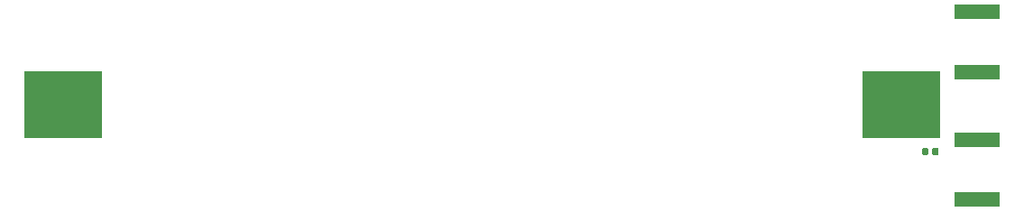
<source format=gbr>
G04 #@! TF.GenerationSoftware,KiCad,Pcbnew,(5.1.5)-3*
G04 #@! TF.CreationDate,2020-05-17T20:07:58+05:30*
G04 #@! TF.ProjectId,ArmTrax,41726d54-7261-4782-9e6b-696361645f70,rev?*
G04 #@! TF.SameCoordinates,Original*
G04 #@! TF.FileFunction,Paste,Bot*
G04 #@! TF.FilePolarity,Positive*
%FSLAX46Y46*%
G04 Gerber Fmt 4.6, Leading zero omitted, Abs format (unit mm)*
G04 Created by KiCad (PCBNEW (5.1.5)-3) date 2020-05-17 20:07:58*
%MOMM*%
%LPD*%
G04 APERTURE LIST*
%ADD10R,7.340000X6.350000*%
%ADD11C,0.100000*%
%ADD12R,4.200000X1.350000*%
G04 APERTURE END LIST*
D10*
X143130000Y-63600000D03*
X64470000Y-63600000D03*
D11*
G36*
X145491958Y-67680710D02*
G01*
X145506276Y-67682834D01*
X145520317Y-67686351D01*
X145533946Y-67691228D01*
X145547031Y-67697417D01*
X145559447Y-67704858D01*
X145571073Y-67713481D01*
X145581798Y-67723202D01*
X145591519Y-67733927D01*
X145600142Y-67745553D01*
X145607583Y-67757969D01*
X145613772Y-67771054D01*
X145618649Y-67784683D01*
X145622166Y-67798724D01*
X145624290Y-67813042D01*
X145625000Y-67827500D01*
X145625000Y-68172500D01*
X145624290Y-68186958D01*
X145622166Y-68201276D01*
X145618649Y-68215317D01*
X145613772Y-68228946D01*
X145607583Y-68242031D01*
X145600142Y-68254447D01*
X145591519Y-68266073D01*
X145581798Y-68276798D01*
X145571073Y-68286519D01*
X145559447Y-68295142D01*
X145547031Y-68302583D01*
X145533946Y-68308772D01*
X145520317Y-68313649D01*
X145506276Y-68317166D01*
X145491958Y-68319290D01*
X145477500Y-68320000D01*
X145182500Y-68320000D01*
X145168042Y-68319290D01*
X145153724Y-68317166D01*
X145139683Y-68313649D01*
X145126054Y-68308772D01*
X145112969Y-68302583D01*
X145100553Y-68295142D01*
X145088927Y-68286519D01*
X145078202Y-68276798D01*
X145068481Y-68266073D01*
X145059858Y-68254447D01*
X145052417Y-68242031D01*
X145046228Y-68228946D01*
X145041351Y-68215317D01*
X145037834Y-68201276D01*
X145035710Y-68186958D01*
X145035000Y-68172500D01*
X145035000Y-67827500D01*
X145035710Y-67813042D01*
X145037834Y-67798724D01*
X145041351Y-67784683D01*
X145046228Y-67771054D01*
X145052417Y-67757969D01*
X145059858Y-67745553D01*
X145068481Y-67733927D01*
X145078202Y-67723202D01*
X145088927Y-67713481D01*
X145100553Y-67704858D01*
X145112969Y-67697417D01*
X145126054Y-67691228D01*
X145139683Y-67686351D01*
X145153724Y-67682834D01*
X145168042Y-67680710D01*
X145182500Y-67680000D01*
X145477500Y-67680000D01*
X145491958Y-67680710D01*
G37*
G36*
X146461958Y-67680710D02*
G01*
X146476276Y-67682834D01*
X146490317Y-67686351D01*
X146503946Y-67691228D01*
X146517031Y-67697417D01*
X146529447Y-67704858D01*
X146541073Y-67713481D01*
X146551798Y-67723202D01*
X146561519Y-67733927D01*
X146570142Y-67745553D01*
X146577583Y-67757969D01*
X146583772Y-67771054D01*
X146588649Y-67784683D01*
X146592166Y-67798724D01*
X146594290Y-67813042D01*
X146595000Y-67827500D01*
X146595000Y-68172500D01*
X146594290Y-68186958D01*
X146592166Y-68201276D01*
X146588649Y-68215317D01*
X146583772Y-68228946D01*
X146577583Y-68242031D01*
X146570142Y-68254447D01*
X146561519Y-68266073D01*
X146551798Y-68276798D01*
X146541073Y-68286519D01*
X146529447Y-68295142D01*
X146517031Y-68302583D01*
X146503946Y-68308772D01*
X146490317Y-68313649D01*
X146476276Y-68317166D01*
X146461958Y-68319290D01*
X146447500Y-68320000D01*
X146152500Y-68320000D01*
X146138042Y-68319290D01*
X146123724Y-68317166D01*
X146109683Y-68313649D01*
X146096054Y-68308772D01*
X146082969Y-68302583D01*
X146070553Y-68295142D01*
X146058927Y-68286519D01*
X146048202Y-68276798D01*
X146038481Y-68266073D01*
X146029858Y-68254447D01*
X146022417Y-68242031D01*
X146016228Y-68228946D01*
X146011351Y-68215317D01*
X146007834Y-68201276D01*
X146005710Y-68186958D01*
X146005000Y-68172500D01*
X146005000Y-67827500D01*
X146005710Y-67813042D01*
X146007834Y-67798724D01*
X146011351Y-67784683D01*
X146016228Y-67771054D01*
X146022417Y-67757969D01*
X146029858Y-67745553D01*
X146038481Y-67733927D01*
X146048202Y-67723202D01*
X146058927Y-67713481D01*
X146070553Y-67704858D01*
X146082969Y-67697417D01*
X146096054Y-67691228D01*
X146109683Y-67686351D01*
X146123724Y-67682834D01*
X146138042Y-67680710D01*
X146152500Y-67680000D01*
X146447500Y-67680000D01*
X146461958Y-67680710D01*
G37*
D12*
X150200000Y-60525000D03*
X150200000Y-54875000D03*
X150200000Y-72525000D03*
X150200000Y-66875000D03*
M02*

</source>
